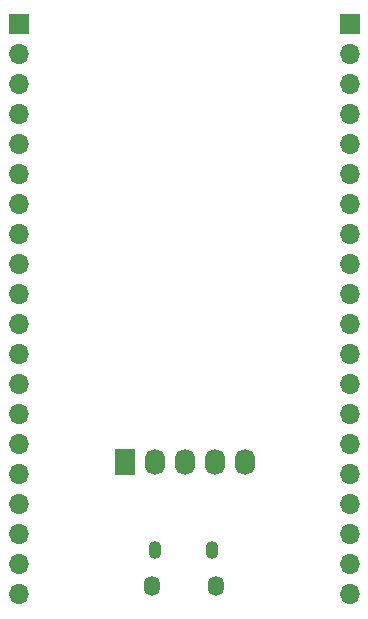
<source format=gbs>
%TF.GenerationSoftware,KiCad,Pcbnew,8.0.6-8.0.6-0~ubuntu24.04.1*%
%TF.CreationDate,2024-10-30T09:24:07+01:00*%
%TF.ProjectId,breakout_pcb,62726561-6b6f-4757-945f-7063622e6b69,rev?*%
%TF.SameCoordinates,Original*%
%TF.FileFunction,Soldermask,Bot*%
%TF.FilePolarity,Negative*%
%FSLAX46Y46*%
G04 Gerber Fmt 4.6, Leading zero omitted, Abs format (unit mm)*
G04 Created by KiCad (PCBNEW 8.0.6-8.0.6-0~ubuntu24.04.1) date 2024-10-30 09:24:07*
%MOMM*%
%LPD*%
G01*
G04 APERTURE LIST*
%ADD10R,1.700000X1.700000*%
%ADD11O,1.700000X1.700000*%
%ADD12R,1.700000X2.200000*%
%ADD13O,1.700000X2.200000*%
%ADD14O,1.350000X1.700000*%
%ADD15O,1.100000X1.500000*%
G04 APERTURE END LIST*
D10*
%TO.C,J2*%
X114170000Y-75700000D03*
D11*
X114170000Y-78240000D03*
X114170000Y-80780000D03*
X114170000Y-83320000D03*
X114170000Y-85860000D03*
X114170000Y-88400000D03*
X114170000Y-90940000D03*
X114170000Y-93480000D03*
X114170000Y-96020000D03*
X114170000Y-98560000D03*
X114170000Y-101100000D03*
X114170000Y-103640000D03*
X114170000Y-106180000D03*
X114170000Y-108720000D03*
X114170000Y-111260000D03*
X114170000Y-113800000D03*
X114170000Y-116340000D03*
X114170000Y-118880000D03*
X114170000Y-121420000D03*
X114170000Y-123960000D03*
%TD*%
D12*
%TO.C,Mico_USB_Breakout1*%
X123120000Y-112750000D03*
D13*
X125660000Y-112750000D03*
X128200000Y-112750000D03*
X130740000Y-112750000D03*
X133280000Y-112750000D03*
%TD*%
D10*
%TO.C,J3*%
X142175000Y-75700000D03*
D11*
X142175000Y-78240000D03*
X142175000Y-80780000D03*
X142175000Y-83320000D03*
X142175000Y-85860000D03*
X142175000Y-88400000D03*
X142175000Y-90940000D03*
X142175000Y-93480000D03*
X142175000Y-96020000D03*
X142175000Y-98560000D03*
X142175000Y-101100000D03*
X142175000Y-103640000D03*
X142175000Y-106180000D03*
X142175000Y-108720000D03*
X142175000Y-111260000D03*
X142175000Y-113800000D03*
X142175000Y-116340000D03*
X142175000Y-118880000D03*
X142175000Y-121420000D03*
X142175000Y-123960000D03*
%TD*%
D14*
%TO.C,J1*%
X125415000Y-123250000D03*
D15*
X125725000Y-120250000D03*
X130565000Y-120250000D03*
D14*
X130875000Y-123250000D03*
%TD*%
M02*

</source>
